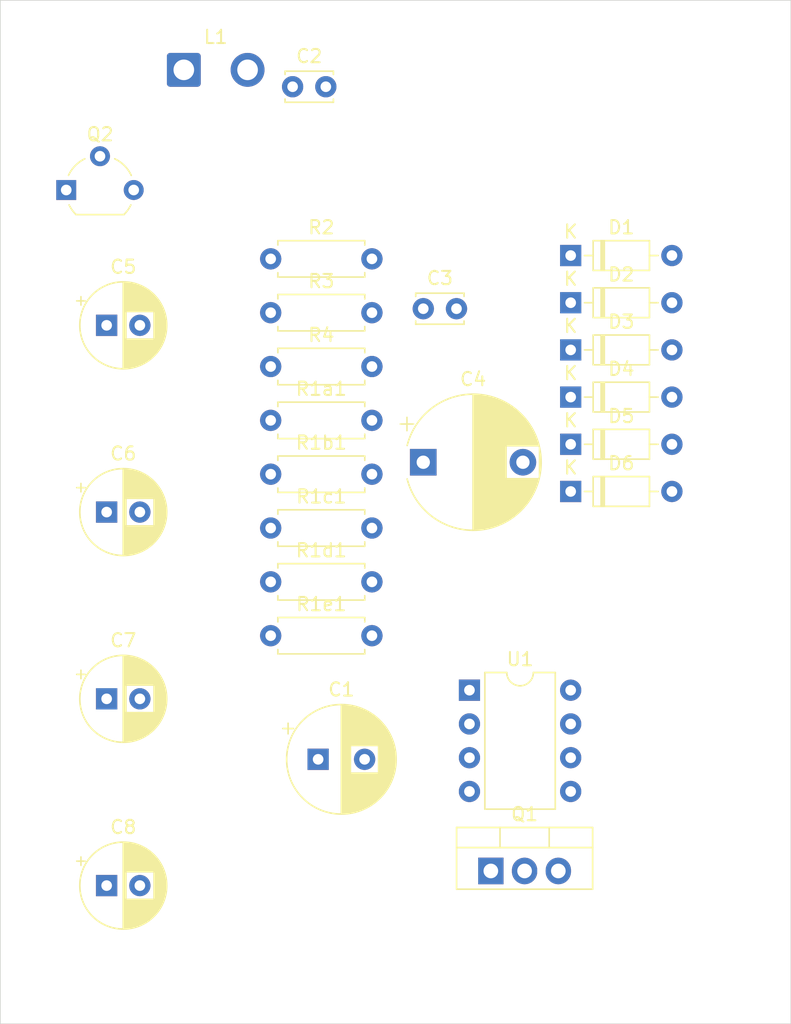
<source format=kicad_pcb>
(kicad_pcb (version 20240108) (generator "pcbnew") (generator_version "8.0")
  (layers (0 "F.Cu" signal) (31 "B.Cu" signal) (34 "B.Paste" user) (35 "F.Paste" user) (36 "B.SilkS" user "B.Silkscreen") (37 "F.SilkS" user "F.Silkscreen") (38 "B.Mask" user) (39 "F.Mask" user) (44 "Edge.Cuts" user))
  (net 0 "")
  (net 1 "Net-(U1-DC)")
  (net 2 "V_{IN}-")
  (net 3 "Net-(U1-Vfb)")
  (net 4 "V_{OUT}+")
  (net 5 "PULSE_{OUT}")
  (net 6 "Net-(D3-K)")
  (net 7 "Net-(D5-K)")
  (net 8 "+360v")
  (net 9 "+540v")
  (net 10 "Net-(D2-A)")
  (net 11 "Net-(D2-K)")
  (net 12 "V_{IN}+")
  (net 13 "Net-(U1-TC)")
  (footprint "Resistor_THT:R_Axial_DIN0207_L6.3mm_D2.5mm_P7.62mm_Horizontal" (layer "F.Cu") (at 80.35 46.55)
    (property "Reference" "R4" (at 3.81 -2.37 0) (layer "F.SilkS"))
    (property "Value" "3.33K")
    (pad "1" thru_hole circle (at 0 0) (size 1.6 1.6) (drill 0.8) (layers "*.Cu" "*.Mask") (net 3 "Net-(U1-Vfb)"))
    (pad "2" thru_hole oval (at 7.62 0) (size 1.6 1.6) (drill 0.8) (layers "*.Cu" "*.Mask") (net 2 "V_{IN}-"))
  )
  (footprint "Capacitor_THT:CP_Radial_D6.3mm_P2.50mm" (layer "F.Cu") (at 68.002082 71.55)
    (property "Reference" "C7" (at 1.25 -4.4 0) (layer "F.SilkS"))
    (property "Value" "1uf 250v")
    (pad "1" thru_hole rect (at 0 0) (size 1.6 1.6) (drill 0.8) (layers "*.Cu" "*.Mask") (net 8 "+360v"))
    (pad "2" thru_hole circle (at 2.5 0) (size 1.6 1.6) (drill 0.8) (layers "*.Cu" "*.Mask") (net 4 "V_{OUT}+"))
  )
  (footprint "Capacitor_THT:CP_Radial_D10.0mm_P7.50mm" (layer "F.Cu") (at 91.834646 53.75)
    (property "Reference" "C4" (at 3.75 -6.25 0) (layer "F.SilkS"))
    (property "Value" "2.2uF 250v")
    (pad "1" thru_hole rect (at 0 0) (size 2 2) (drill 1) (layers "*.Cu" "*.Mask") (net 4 "V_{OUT}+"))
    (pad "2" thru_hole circle (at 7.5 0) (size 2 2) (drill 1) (layers "*.Cu" "*.Mask") (net 2 "V_{IN}-"))
  )
  (footprint "Package_DIP:DIP-8_W7.62mm" (layer "F.Cu") (at 95.31 70.9)
    (property "Reference" "U1" (at 3.81 -2.33 0) (layer "F.SilkS"))
    (property "Value" "MC34063AP")
    (pad "1" thru_hole rect (at 0 0) (size 1.6 1.6) (drill 0.8) (layers "*.Cu" "*.Mask") (net 1 "Net-(U1-DC)"))
    (pad "2" thru_hole oval (at 0 2.54) (size 1.6 1.6) (drill 0.8) (layers "*.Cu" "*.Mask") (net 10 "Net-(D2-A)"))
    (pad "3" thru_hole oval (at 0 5.08) (size 1.6 1.6) (drill 0.8) (layers "*.Cu" "*.Mask") (net 13 "Net-(U1-TC)"))
    (pad "4" thru_hole oval (at 0 7.62) (size 1.6 1.6) (drill 0.8) (layers "*.Cu" "*.Mask") (net 2 "V_{IN}-"))
    (pad "5" thru_hole oval (at 7.62 7.62) (size 1.6 1.6) (drill 0.8) (layers "*.Cu" "*.Mask") (net 3 "Net-(U1-Vfb)"))
    (pad "6" thru_hole oval (at 7.62 5.08) (size 1.6 1.6) (drill 0.8) (layers "*.Cu" "*.Mask") (net 12 "V_{IN}+"))
    (pad "7" thru_hole oval (at 7.62 2.54) (size 1.6 1.6) (drill 0.8) (layers "*.Cu" "*.Mask") (net 1 "Net-(U1-DC)"))
    (pad "8" thru_hole oval (at 7.62 0) (size 1.6 1.6) (drill 0.8) (layers "*.Cu" "*.Mask") (net 1 "Net-(U1-DC)"))
  )
  (footprint "Resistor_THT:R_Axial_DIN0207_L6.3mm_D2.5mm_P7.62mm_Horizontal" (layer "F.Cu") (at 80.35 42.5)
    (property "Reference" "R3" (at 3.81 -2.37 0) (layer "F.SilkS"))
    (property "Value" "475k")
    (pad "1" thru_hole circle (at 0 0) (size 1.6 1.6) (drill 0.8) (layers "*.Cu" "*.Mask") (net 4 "V_{OUT}+"))
    (pad "2" thru_hole oval (at 7.62 0) (size 1.6 1.6) (drill 0.8) (layers "*.Cu" "*.Mask") (net 3 "Net-(U1-Vfb)"))
  )
  (footprint "Resistor_THT:R_Axial_DIN0207_L6.3mm_D2.5mm_P7.62mm_Horizontal" (layer "F.Cu") (at 80.35 54.65)
    (property "Reference" "R1b1" (at 3.81 -2.37 0) (layer "F.SilkS"))
    (property "Value" "1")
    (pad "1" thru_hole circle (at 0 0) (size 1.6 1.6) (drill 0.8) (layers "*.Cu" "*.Mask") (net 12 "V_{IN}+"))
    (pad "2" thru_hole oval (at 7.62 0) (size 1.6 1.6) (drill 0.8) (layers "*.Cu" "*.Mask") (net 1 "Net-(U1-DC)"))
  )
  (footprint "Capacitor_THT:CP_Radial_D6.3mm_P2.50mm" (layer "F.Cu") (at 68.002082 85.6)
    (property "Reference" "C8" (at 1.25 -4.4 0) (layer "F.SilkS"))
    (property "Value" "1uf 250v")
    (pad "1" thru_hole rect (at 0 0) (size 1.6 1.6) (drill 0.8) (layers "*.Cu" "*.Mask") (net 9 "+540v"))
    (pad "2" thru_hole circle (at 2.5 0) (size 1.6 1.6) (drill 0.8) (layers "*.Cu" "*.Mask") (net 8 "+360v"))
  )
  (footprint "Resistor_THT:R_Axial_DIN0207_L6.3mm_D2.5mm_P7.62mm_Horizontal" (layer "F.Cu") (at 80.35 38.45)
    (property "Reference" "R2" (at 3.81 -2.37 0) (layer "F.SilkS"))
    (property "Value" "1k")
    (pad "1" thru_hole circle (at 0 0) (size 1.6 1.6) (drill 0.8) (layers "*.Cu" "*.Mask") (net 10 "Net-(D2-A)"))
    (pad "2" thru_hole oval (at 7.62 0) (size 1.6 1.6) (drill 0.8) (layers "*.Cu" "*.Mask") (net 2 "V_{IN}-"))
  )
  (footprint "Resistor_THT:R_Axial_DIN0207_L6.3mm_D2.5mm_P7.62mm_Horizontal" (layer "F.Cu") (at 80.35 62.75)
    (property "Reference" "R1d1" (at 3.81 -2.37 0) (layer "F.SilkS"))
    (property "Value" "1")
    (pad "1" thru_hole circle (at 0 0) (size 1.6 1.6) (drill 0.8) (layers "*.Cu" "*.Mask") (net 12 "V_{IN}+"))
    (pad "2" thru_hole oval (at 7.62 0) (size 1.6 1.6) (drill 0.8) (layers "*.Cu" "*.Mask") (net 1 "Net-(U1-DC)"))
  )
  (footprint "Package_TO_SOT_THT:TO-220-3_Vertical" (layer "F.Cu") (at 96.92 84.5)
    (property "Reference" "Q1" (at 2.54 -4.27 0) (layer "F.SilkS"))
    (property "Value" "IRF740")
    (pad "1" thru_hole rect (at 0 0) (size 1.905 2) (drill 1.1) (layers "*.Cu" "*.Mask") (net 11 "Net-(D2-K)"))
    (pad "2" thru_hole oval (at 2.54 0) (size 1.905 2) (drill 1.1) (layers "*.Cu" "*.Mask") (net 5 "PULSE_{OUT}"))
    (pad "3" thru_hole oval (at 5.08 0) (size 1.905 2) (drill 1.1) (layers "*.Cu" "*.Mask") (net 2 "V_{IN}-"))
  )
  (footprint "Capacitor_THT:C_Disc_D3.4mm_W2.1mm_P2.50mm" (layer "F.Cu") (at 91.834646 42.2)
    (property "Reference" "C3" (at 1.25 -2.3 0) (layer "F.SilkS"))
    (property "Value" "0.01uF")
    (pad "1" thru_hole circle (at 0 0) (size 1.6 1.6) (drill 0.8) (layers "*.Cu" "*.Mask") (net 3 "Net-(U1-Vfb)"))
    (pad "2" thru_hole circle (at 2.5 0) (size 1.6 1.6) (drill 0.8) (layers "*.Cu" "*.Mask") (net 2 "V_{IN}-"))
  )
  (footprint "Diode_THT:D_DO-35_SOD27_P7.62mm_Horizontal" (layer "F.Cu") (at 102.93 45.3)
    (property "Reference" "D3" (at 3.81 -2.12 0) (layer "F.SilkS"))
    (property "Value" "BAV21")
    (fp_text user "K" (at 0 -1.8 0) (layer "F.SilkS"))
    (pad "1" thru_hole rect (at 0 0) (size 1.6 1.6) (drill 0.8) (layers "*.Cu" "*.Mask") (net 6 "Net-(D3-K)"))
    (pad "2" thru_hole oval (at 7.62 0) (size 1.6 1.6) (drill 0.8) (layers "*.Cu" "*.Mask") (net 4 "V_{OUT}+"))
  )
  (footprint "Diode_THT:D_DO-35_SOD27_P7.62mm_Horizontal" (layer "F.Cu") (at 102.93 48.85)
    (property "Reference" "D4" (at 3.81 -2.12 0) (layer "F.SilkS"))
    (property "Value" "BAV21")
    (fp_text user "K" (at 0 -1.8 0) (layer "F.SilkS"))
    (pad "1" thru_hole rect (at 0 0) (size 1.6 1.6) (drill 0.8) (layers "*.Cu" "*.Mask") (net 8 "+360v"))
    (pad "2" thru_hole oval (at 7.62 0) (size 1.6 1.6) (drill 0.8) (layers "*.Cu" "*.Mask") (net 6 "Net-(D3-K)"))
  )
  (footprint "Diode_THT:D_DO-35_SOD27_P7.62mm_Horizontal" (layer "F.Cu") (at 102.93 41.75)
    (property "Reference" "D2" (at 3.81 -2.12 0) (layer "F.SilkS"))
    (property "Value" "1N4148")
    (fp_text user "K" (at 0 -1.8 0) (layer "F.SilkS"))
    (pad "1" thru_hole rect (at 0 0) (size 1.6 1.6) (drill 0.8) (layers "*.Cu" "*.Mask") (net 11 "Net-(D2-K)"))
    (pad "2" thru_hole oval (at 7.62 0) (size 1.6 1.6) (drill 0.8) (layers "*.Cu" "*.Mask") (net 10 "Net-(D2-A)"))
  )
  (footprint "Capacitor_THT:CP_Radial_D8.0mm_P3.50mm" (layer "F.Cu") (at 83.919569 76.1)
    (property "Reference" "C1" (at 1.75 -5.25 0) (layer "F.SilkS"))
    (property "Value" "220uf 25v")
    (pad "1" thru_hole rect (at 0 0) (size 1.6 1.6) (drill 0.8) (layers "*.Cu" "*.Mask") (net 1 "Net-(U1-DC)"))
    (pad "2" thru_hole circle (at 3.5 0) (size 1.6 1.6) (drill 0.8) (layers "*.Cu" "*.Mask") (net 2 "V_{IN}-"))
  )
  (footprint "Package_TO_SOT_THT:TO-92_Wide" (layer "F.Cu") (at 64.96 33.27)
    (property "Reference" "Q2" (at 2.55 -4.19 0) (layer "F.SilkS"))
    (property "Value" "PN2907ABU")
    (pad "1" thru_hole rect (at 0 0) (size 1.5 1.5) (drill 0.8) (layers "*.Cu" "*.Mask") (net 11 "Net-(D2-K)"))
    (pad "2" thru_hole circle (at 2.54 -2.54) (size 1.5 1.5) (drill 0.8) (layers "*.Cu" "*.Mask") (net 10 "Net-(D2-A)"))
    (pad "3" thru_hole circle (at 5.08 0) (size 1.5 1.5) (drill 0.8) (layers "*.Cu" "*.Mask") (net 2 "V_{IN}-"))
  )
  (footprint "Resistor_THT:R_Axial_DIN0207_L6.3mm_D2.5mm_P7.62mm_Horizontal" (layer "F.Cu") (at 80.35 50.6)
    (property "Reference" "R1a1" (at 3.81 -2.37 0) (layer "F.SilkS"))
    (property "Value" "1")
    (pad "1" thru_hole circle (at 0 0) (size 1.6 1.6) (drill 0.8) (layers "*.Cu" "*.Mask") (net 12 "V_{IN}+"))
    (pad "2" thru_hole oval (at 7.62 0) (size 1.6 1.6) (drill 0.8) (layers "*.Cu" "*.Mask") (net 1 "Net-(U1-DC)"))
  )
  (footprint "Connector_Wire:SolderWire-0.75sqmm_1x02_P4.8mm_D1.25mm_OD2.3mm" (layer "F.Cu") (at 73.81 24.23)
    (property "Reference" "L1" (at 2.4 -2.47 0) (layer "F.SilkS"))
    (property "Value" "220uH")
    (pad "1" thru_hole roundrect (at 0 0) (size 2.55 2.55) (drill 1.55) (layers "*.Cu" "*.Mask") (roundrect_rratio 0.098039) (net 1 "Net-(U1-DC)"))
    (pad "2" thru_hole circle (at 4.8 0) (size 2.55 2.55) (drill 1.55) (layers "*.Cu" "*.Mask") (net 5 "PULSE_{OUT}"))
  )
  (footprint "Diode_THT:D_DO-35_SOD27_P7.62mm_Horizontal" (layer "F.Cu") (at 102.93 38.2)
    (property "Reference" "D1" (at 3.81 -2.12 0) (layer "F.SilkS"))
    (property "Value" "BAV21")
    (fp_text user "K" (at 0 -1.8 0) (layer "F.SilkS"))
    (pad "1" thru_hole rect (at 0 0) (size 1.6 1.6) (drill 0.8) (layers "*.Cu" "*.Mask") (net 4 "V_{OUT}+"))
    (pad "2" thru_hole oval (at 7.62 0) (size 1.6 1.6) (drill 0.8) (layers "*.Cu" "*.Mask") (net 5 "PULSE_{OUT}"))
  )
  (footprint "Capacitor_THT:C_Disc_D3.4mm_W2.1mm_P2.50mm" (layer "F.Cu") (at 82 25.5)
    (property "Reference" "C2" (at 1.25 -2.3 0) (layer "F.SilkS"))
    (property "Value" "2200pF")
    (pad "1" thru_hole circle (at 0 0) (size 1.6 1.6) (drill 0.8) (layers "*.Cu" "*.Mask") (net 13 "Net-(U1-TC)"))
    (pad "2" thru_hole circle (at 2.5 0) (size 1.6 1.6) (drill 0.8) (layers "*.Cu" "*.Mask") (net 2 "V_{IN}-"))
  )
  (footprint "Diode_THT:D_DO-35_SOD27_P7.62mm_Horizontal" (layer "F.Cu") (at 102.93 52.4)
    (property "Reference" "D5" (at 3.81 -2.12 0) (layer "F.SilkS"))
    (property "Value" "BAV21")
    (fp_text user "K" (at 0 -1.8 0) (layer "F.SilkS"))
    (pad "1" thru_hole rect (at 0 0) (size 1.6 1.6) (drill 0.8) (layers "*.Cu" "*.Mask") (net 7 "Net-(D5-K)"))
    (pad "2" thru_hole oval (at 7.62 0) (size 1.6 1.6) (drill 0.8) (layers "*.Cu" "*.Mask") (net 8 "+360v"))
  )
  (footprint "Capacitor_THT:CP_Radial_D6.3mm_P2.50mm" (layer "F.Cu") (at 68.002082 57.5)
    (property "Reference" "C6" (at 1.25 -4.4 0) (layer "F.SilkS"))
    (property "Value" "1uf 250v")
    (pad "1" thru_hole rect (at 0 0) (size 1.6 1.6) (drill 0.8) (layers "*.Cu" "*.Mask") (net 7 "Net-(D5-K)"))
    (pad "2" thru_hole circle (at 2.5 0) (size 1.6 1.6) (drill 0.8) (layers "*.Cu" "*.Mask") (net 6 "Net-(D3-K)"))
  )
  (footprint "Capacitor_THT:CP_Radial_D6.3mm_P2.50mm" (layer "F.Cu") (at 68.002082 43.45)
    (property "Reference" "C5" (at 1.25 -4.4 0) (layer "F.SilkS"))
    (property "Value" "1uf 250v")
    (pad "1" thru_hole rect (at 0 0) (size 1.6 1.6) (drill 0.8) (layers "*.Cu" "*.Mask") (net 6 "Net-(D3-K)"))
    (pad "2" thru_hole circle (at 2.5 0) (size 1.6 1.6) (drill 0.8) (layers "*.Cu" "*.Mask") (net 5 "PULSE_{OUT}"))
  )
  (footprint "Diode_THT:D_DO-35_SOD27_P7.62mm_Horizontal" (layer "F.Cu") (at 102.93 55.95)
    (property "Reference" "D6" (at 3.81 -2.12 0) (layer "F.SilkS"))
    (property "Value" "BAV21")
    (fp_text user "K" (at 0 -1.8 0) (layer "F.SilkS"))
    (pad "1" thru_hole rect (at 0 0) (size 1.6 1.6) (drill 0.8) (layers "*.Cu" "*.Mask") (net 9 "+540v"))
    (pad "2" thru_hole oval (at 7.62 0) (size 1.6 1.6) (drill 0.8) (layers "*.Cu" "*.Mask") (net 7 "Net-(D5-K)"))
  )
  (footprint "Resistor_THT:R_Axial_DIN0207_L6.3mm_D2.5mm_P7.62mm_Horizontal" (layer "F.Cu") (at 80.35 66.8)
    (property "Reference" "R1e1" (at 3.81 -2.37 0) (layer "F.SilkS"))
    (property "Value" "1")
    (pad "1" thru_hole circle (at 0 0) (size 1.6 1.6) (drill 0.8) (layers "*.Cu" "*.Mask") (net 12 "V_{IN}+"))
    (pad "2" thru_hole oval (at 7.62 0) (size 1.6 1.6) (drill 0.8) (layers "*.Cu" "*.Mask") (net 1 "Net-(U1-DC)"))
  )
  (footprint "Resistor_THT:R_Axial_DIN0207_L6.3mm_D2.5mm_P7.62mm_Horizontal" (layer "F.Cu") (at 80.35 58.7)
    (property "Reference" "R1c1" (at 3.81 -2.37 0) (layer "F.SilkS"))
    (property "Value" "1")
    (pad "1" thru_hole circle (at 0 0) (size 1.6 1.6) (drill 0.8) (layers "*.Cu" "*.Mask") (net 12 "V_{IN}+"))
    (pad "2" thru_hole oval (at 7.62 0) (size 1.6 1.6) (drill 0.8) (layers "*.Cu" "*.Mask") (net 1 "Net-(U1-DC)"))
  )
  (gr_rect (start 60 19) (end 119.5 96) (stroke (width 0.05)) (fill none) (layer "Edge.Cuts"))
)
</source>
